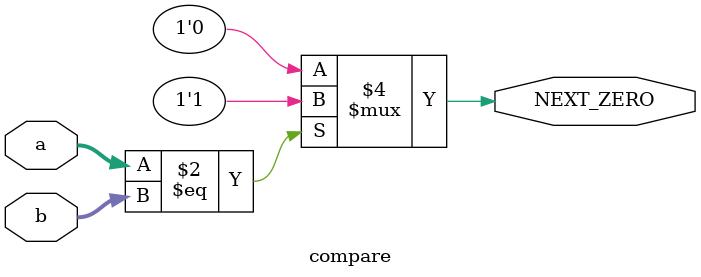
<source format=v>
module compare(a,b,NEXT_ZERO);
	parameter	WIDTH=8;
	input [WIDTH-1:0] a,b;
	output reg NEXT_ZERO;
	always @(*) begin
		if(a==b) NEXT_ZERO=1;
		else NEXT_ZERO=0;
	end
endmodule
</source>
